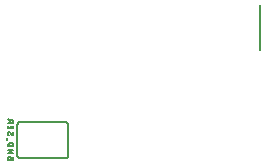
<source format=gbr>
G04 EAGLE Gerber RS-274X export*
G75*
%MOMM*%
%FSLAX34Y34*%
%LPD*%
%INSilkscreen Bottom*%
%IPPOS*%
%AMOC8*
5,1,8,0,0,1.08239X$1,22.5*%
G01*
%ADD10C,0.203200*%
%ADD11C,0.152400*%
%ADD12C,0.127000*%


D10*
X501650Y190500D02*
X501650Y152400D01*
D11*
X336550Y91440D02*
X298450Y91440D01*
X336550Y60960D02*
X336650Y60962D01*
X336749Y60968D01*
X336849Y60978D01*
X336947Y60991D01*
X337046Y61009D01*
X337143Y61030D01*
X337239Y61055D01*
X337335Y61084D01*
X337429Y61117D01*
X337522Y61153D01*
X337613Y61193D01*
X337703Y61237D01*
X337791Y61284D01*
X337877Y61334D01*
X337961Y61388D01*
X338043Y61445D01*
X338122Y61505D01*
X338200Y61569D01*
X338274Y61635D01*
X338346Y61704D01*
X338415Y61776D01*
X338481Y61850D01*
X338545Y61928D01*
X338605Y62007D01*
X338662Y62089D01*
X338716Y62173D01*
X338766Y62259D01*
X338813Y62347D01*
X338857Y62437D01*
X338897Y62528D01*
X338933Y62621D01*
X338966Y62715D01*
X338995Y62811D01*
X339020Y62907D01*
X339041Y63004D01*
X339059Y63103D01*
X339072Y63201D01*
X339082Y63301D01*
X339088Y63400D01*
X339090Y63500D01*
X298450Y60960D02*
X298350Y60962D01*
X298251Y60968D01*
X298151Y60978D01*
X298053Y60991D01*
X297954Y61009D01*
X297857Y61030D01*
X297761Y61055D01*
X297665Y61084D01*
X297571Y61117D01*
X297478Y61153D01*
X297387Y61193D01*
X297297Y61237D01*
X297209Y61284D01*
X297123Y61334D01*
X297039Y61388D01*
X296957Y61445D01*
X296878Y61505D01*
X296800Y61569D01*
X296726Y61635D01*
X296654Y61704D01*
X296585Y61776D01*
X296519Y61850D01*
X296455Y61928D01*
X296395Y62007D01*
X296338Y62089D01*
X296284Y62173D01*
X296234Y62259D01*
X296187Y62347D01*
X296143Y62437D01*
X296103Y62528D01*
X296067Y62621D01*
X296034Y62715D01*
X296005Y62811D01*
X295980Y62907D01*
X295959Y63004D01*
X295941Y63103D01*
X295928Y63201D01*
X295918Y63301D01*
X295912Y63400D01*
X295910Y63500D01*
X295910Y88900D02*
X295912Y89000D01*
X295918Y89099D01*
X295928Y89199D01*
X295941Y89297D01*
X295959Y89396D01*
X295980Y89493D01*
X296005Y89589D01*
X296034Y89685D01*
X296067Y89779D01*
X296103Y89872D01*
X296143Y89963D01*
X296187Y90053D01*
X296234Y90141D01*
X296284Y90227D01*
X296338Y90311D01*
X296395Y90393D01*
X296455Y90472D01*
X296519Y90550D01*
X296585Y90624D01*
X296654Y90696D01*
X296726Y90765D01*
X296800Y90831D01*
X296878Y90895D01*
X296957Y90955D01*
X297039Y91012D01*
X297123Y91066D01*
X297209Y91116D01*
X297297Y91163D01*
X297387Y91207D01*
X297478Y91247D01*
X297571Y91283D01*
X297665Y91316D01*
X297761Y91345D01*
X297857Y91370D01*
X297954Y91391D01*
X298053Y91409D01*
X298151Y91422D01*
X298251Y91432D01*
X298350Y91438D01*
X298450Y91440D01*
X336550Y91440D02*
X336650Y91438D01*
X336749Y91432D01*
X336849Y91422D01*
X336947Y91409D01*
X337046Y91391D01*
X337143Y91370D01*
X337239Y91345D01*
X337335Y91316D01*
X337429Y91283D01*
X337522Y91247D01*
X337613Y91207D01*
X337703Y91163D01*
X337791Y91116D01*
X337877Y91066D01*
X337961Y91012D01*
X338043Y90955D01*
X338122Y90895D01*
X338200Y90831D01*
X338274Y90765D01*
X338346Y90696D01*
X338415Y90624D01*
X338481Y90550D01*
X338545Y90472D01*
X338605Y90393D01*
X338662Y90311D01*
X338716Y90227D01*
X338766Y90141D01*
X338813Y90053D01*
X338857Y89963D01*
X338897Y89872D01*
X338933Y89779D01*
X338966Y89685D01*
X338995Y89589D01*
X339020Y89493D01*
X339041Y89396D01*
X339059Y89297D01*
X339072Y89199D01*
X339082Y89099D01*
X339088Y89000D01*
X339090Y88900D01*
X339090Y63500D01*
X295910Y63500D02*
X295910Y88900D01*
X298450Y60960D02*
X336550Y60960D01*
D12*
X290590Y60794D02*
X290590Y61598D01*
X287909Y61598D01*
X287909Y59990D01*
X287911Y59925D01*
X287917Y59861D01*
X287927Y59797D01*
X287940Y59733D01*
X287958Y59671D01*
X287979Y59610D01*
X288003Y59550D01*
X288032Y59492D01*
X288064Y59435D01*
X288099Y59381D01*
X288137Y59329D01*
X288179Y59279D01*
X288223Y59232D01*
X288270Y59188D01*
X288320Y59146D01*
X288372Y59108D01*
X288426Y59073D01*
X288483Y59041D01*
X288541Y59012D01*
X288601Y58988D01*
X288662Y58967D01*
X288724Y58949D01*
X288788Y58936D01*
X288852Y58926D01*
X288916Y58920D01*
X288981Y58918D01*
X288981Y58917D02*
X291663Y58917D01*
X291663Y58918D02*
X291728Y58920D01*
X291792Y58926D01*
X291856Y58936D01*
X291920Y58949D01*
X291982Y58967D01*
X292043Y58988D01*
X292103Y59012D01*
X292161Y59041D01*
X292218Y59073D01*
X292272Y59108D01*
X292324Y59146D01*
X292374Y59188D01*
X292421Y59232D01*
X292465Y59279D01*
X292507Y59329D01*
X292545Y59381D01*
X292580Y59435D01*
X292612Y59492D01*
X292641Y59550D01*
X292665Y59610D01*
X292686Y59671D01*
X292704Y59733D01*
X292717Y59797D01*
X292727Y59861D01*
X292733Y59925D01*
X292735Y59990D01*
X292735Y61598D01*
X292735Y64769D02*
X287909Y64769D01*
X287909Y67450D02*
X292735Y64769D01*
X292735Y67450D02*
X287909Y67450D01*
X287909Y70621D02*
X292735Y70621D01*
X292735Y71962D01*
X292733Y72032D01*
X292728Y72102D01*
X292718Y72172D01*
X292706Y72241D01*
X292689Y72309D01*
X292669Y72376D01*
X292646Y72443D01*
X292619Y72507D01*
X292589Y72571D01*
X292555Y72633D01*
X292519Y72692D01*
X292479Y72750D01*
X292436Y72806D01*
X292391Y72859D01*
X292342Y72910D01*
X292291Y72959D01*
X292238Y73004D01*
X292182Y73047D01*
X292124Y73087D01*
X292065Y73123D01*
X292003Y73157D01*
X291939Y73187D01*
X291875Y73214D01*
X291808Y73237D01*
X291741Y73257D01*
X291673Y73274D01*
X291604Y73286D01*
X291534Y73296D01*
X291464Y73301D01*
X291394Y73303D01*
X289250Y73303D01*
X289180Y73301D01*
X289110Y73296D01*
X289040Y73286D01*
X288971Y73274D01*
X288903Y73257D01*
X288836Y73237D01*
X288769Y73214D01*
X288705Y73187D01*
X288641Y73157D01*
X288580Y73123D01*
X288520Y73087D01*
X288462Y73047D01*
X288406Y73004D01*
X288353Y72959D01*
X288302Y72910D01*
X288253Y72859D01*
X288208Y72806D01*
X288165Y72750D01*
X288125Y72692D01*
X288089Y72633D01*
X288055Y72571D01*
X288025Y72507D01*
X287998Y72443D01*
X287975Y72376D01*
X287955Y72309D01*
X287938Y72241D01*
X287926Y72172D01*
X287916Y72102D01*
X287911Y72032D01*
X287909Y71962D01*
X287909Y70621D01*
X287373Y76010D02*
X287373Y78155D01*
X287909Y82106D02*
X287911Y82171D01*
X287917Y82235D01*
X287927Y82299D01*
X287940Y82363D01*
X287958Y82425D01*
X287979Y82486D01*
X288003Y82546D01*
X288032Y82604D01*
X288064Y82661D01*
X288099Y82715D01*
X288137Y82767D01*
X288179Y82817D01*
X288223Y82864D01*
X288270Y82908D01*
X288320Y82950D01*
X288372Y82988D01*
X288426Y83023D01*
X288483Y83055D01*
X288541Y83084D01*
X288601Y83108D01*
X288662Y83129D01*
X288724Y83147D01*
X288788Y83160D01*
X288852Y83170D01*
X288916Y83176D01*
X288981Y83178D01*
X287909Y82106D02*
X287911Y82012D01*
X287917Y81918D01*
X287927Y81824D01*
X287940Y81731D01*
X287958Y81639D01*
X287979Y81547D01*
X288004Y81456D01*
X288033Y81366D01*
X288066Y81278D01*
X288102Y81191D01*
X288142Y81106D01*
X288185Y81022D01*
X288232Y80941D01*
X288282Y80861D01*
X288335Y80783D01*
X288392Y80708D01*
X288451Y80635D01*
X288514Y80565D01*
X288579Y80497D01*
X291663Y80631D02*
X291728Y80633D01*
X291792Y80639D01*
X291856Y80649D01*
X291920Y80662D01*
X291982Y80680D01*
X292043Y80701D01*
X292103Y80725D01*
X292161Y80754D01*
X292218Y80786D01*
X292272Y80821D01*
X292324Y80859D01*
X292374Y80901D01*
X292421Y80945D01*
X292465Y80992D01*
X292507Y81042D01*
X292545Y81094D01*
X292580Y81148D01*
X292612Y81205D01*
X292641Y81263D01*
X292665Y81323D01*
X292686Y81384D01*
X292704Y81446D01*
X292717Y81510D01*
X292727Y81574D01*
X292733Y81638D01*
X292735Y81703D01*
X292733Y81789D01*
X292728Y81875D01*
X292718Y81961D01*
X292705Y82046D01*
X292689Y82131D01*
X292669Y82215D01*
X292645Y82298D01*
X292618Y82380D01*
X292587Y82460D01*
X292553Y82540D01*
X292515Y82617D01*
X292474Y82693D01*
X292430Y82767D01*
X292383Y82839D01*
X292333Y82910D01*
X290725Y81167D02*
X290758Y81114D01*
X290795Y81063D01*
X290834Y81014D01*
X290876Y80967D01*
X290921Y80923D01*
X290968Y80882D01*
X291017Y80843D01*
X291069Y80807D01*
X291123Y80774D01*
X291178Y80745D01*
X291235Y80719D01*
X291294Y80696D01*
X291353Y80676D01*
X291414Y80660D01*
X291475Y80647D01*
X291538Y80638D01*
X291600Y80633D01*
X291663Y80631D01*
X289919Y82642D02*
X289886Y82695D01*
X289849Y82746D01*
X289810Y82795D01*
X289768Y82842D01*
X289723Y82886D01*
X289676Y82927D01*
X289627Y82966D01*
X289575Y83002D01*
X289521Y83035D01*
X289466Y83064D01*
X289409Y83090D01*
X289350Y83113D01*
X289291Y83133D01*
X289230Y83149D01*
X289169Y83162D01*
X289106Y83171D01*
X289044Y83176D01*
X288981Y83178D01*
X289920Y82642D02*
X290724Y81167D01*
X287909Y86003D02*
X287909Y88148D01*
X287909Y86003D02*
X292735Y86003D01*
X292735Y88148D01*
X290590Y87611D02*
X290590Y86003D01*
X292735Y90802D02*
X287909Y90802D01*
X292735Y90802D02*
X292735Y92142D01*
X292733Y92213D01*
X292727Y92285D01*
X292718Y92355D01*
X292705Y92425D01*
X292688Y92495D01*
X292667Y92563D01*
X292643Y92630D01*
X292615Y92696D01*
X292584Y92760D01*
X292549Y92823D01*
X292511Y92883D01*
X292470Y92942D01*
X292426Y92998D01*
X292379Y93052D01*
X292330Y93103D01*
X292277Y93151D01*
X292222Y93197D01*
X292165Y93239D01*
X292105Y93279D01*
X292044Y93315D01*
X291980Y93348D01*
X291915Y93377D01*
X291849Y93403D01*
X291781Y93426D01*
X291712Y93445D01*
X291642Y93460D01*
X291572Y93471D01*
X291501Y93479D01*
X291430Y93483D01*
X291358Y93483D01*
X291287Y93479D01*
X291216Y93471D01*
X291146Y93460D01*
X291076Y93445D01*
X291007Y93426D01*
X290939Y93403D01*
X290873Y93377D01*
X290808Y93348D01*
X290744Y93315D01*
X290683Y93279D01*
X290623Y93239D01*
X290566Y93197D01*
X290511Y93151D01*
X290458Y93103D01*
X290409Y93052D01*
X290362Y92998D01*
X290318Y92942D01*
X290277Y92883D01*
X290239Y92823D01*
X290204Y92760D01*
X290173Y92696D01*
X290145Y92630D01*
X290121Y92563D01*
X290100Y92495D01*
X290083Y92425D01*
X290070Y92355D01*
X290061Y92285D01*
X290055Y92213D01*
X290053Y92142D01*
X290054Y92142D02*
X290054Y90802D01*
X290054Y92410D02*
X287909Y93483D01*
M02*

</source>
